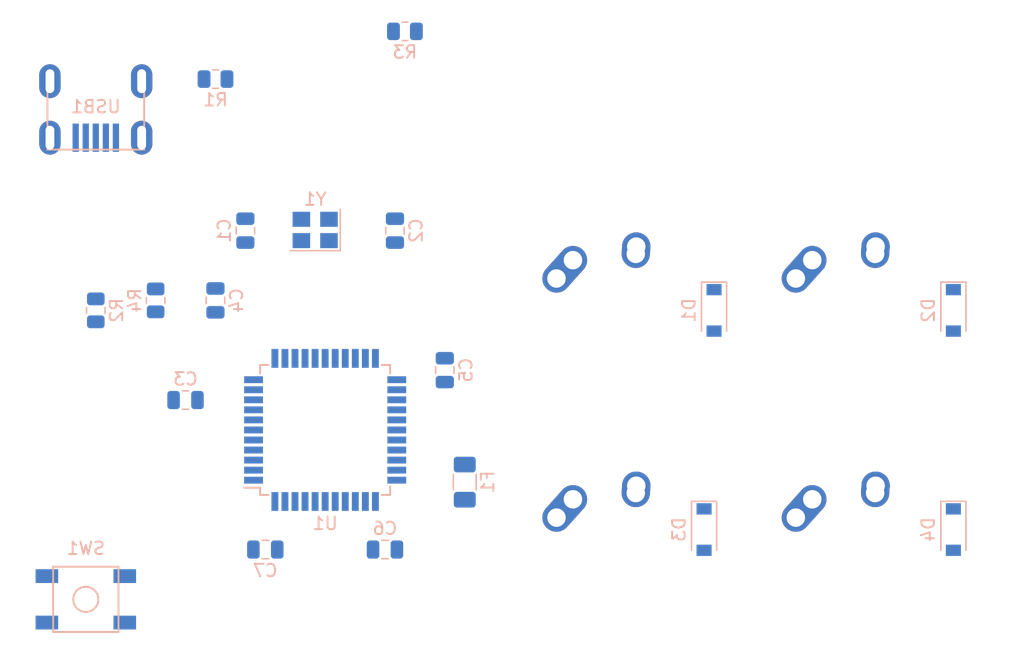
<source format=kicad_pcb>
(kicad_pcb (version 20171130) (host pcbnew "(5.1.9)-1")

  (general
    (thickness 1.6)
    (drawings 1)
    (tracks 0)
    (zones 0)
    (modules 24)
    (nets 50)
  )

  (page A4)
  (layers
    (0 F.Cu signal)
    (31 B.Cu signal)
    (32 B.Adhes user)
    (33 F.Adhes user)
    (34 B.Paste user)
    (35 F.Paste user)
    (36 B.SilkS user)
    (37 F.SilkS user)
    (38 B.Mask user)
    (39 F.Mask user)
    (40 Dwgs.User user)
    (41 Cmts.User user)
    (42 Eco1.User user)
    (43 Eco2.User user)
    (44 Edge.Cuts user)
    (45 Margin user)
    (46 B.CrtYd user)
    (47 F.CrtYd user)
    (48 B.Fab user)
    (49 F.Fab user)
  )

  (setup
    (last_trace_width 0.25)
    (trace_clearance 0.2)
    (zone_clearance 0.508)
    (zone_45_only no)
    (trace_min 0.2)
    (via_size 0.8)
    (via_drill 0.4)
    (via_min_size 0.4)
    (via_min_drill 0.3)
    (uvia_size 0.3)
    (uvia_drill 0.1)
    (uvias_allowed no)
    (uvia_min_size 0.2)
    (uvia_min_drill 0.1)
    (edge_width 0.05)
    (segment_width 0.2)
    (pcb_text_width 0.3)
    (pcb_text_size 1.5 1.5)
    (mod_edge_width 0.12)
    (mod_text_size 1 1)
    (mod_text_width 0.15)
    (pad_size 1.524 1.524)
    (pad_drill 0.762)
    (pad_to_mask_clearance 0)
    (aux_axis_origin 0 0)
    (visible_elements FFFFFF7F)
    (pcbplotparams
      (layerselection 0x010fc_ffffffff)
      (usegerberextensions false)
      (usegerberattributes true)
      (usegerberadvancedattributes true)
      (creategerberjobfile true)
      (excludeedgelayer true)
      (linewidth 0.100000)
      (plotframeref false)
      (viasonmask false)
      (mode 1)
      (useauxorigin false)
      (hpglpennumber 1)
      (hpglpenspeed 20)
      (hpglpendiameter 15.000000)
      (psnegative false)
      (psa4output false)
      (plotreference true)
      (plotvalue true)
      (plotinvisibletext false)
      (padsonsilk false)
      (subtractmaskfromsilk false)
      (outputformat 1)
      (mirror false)
      (drillshape 1)
      (scaleselection 1)
      (outputdirectory ""))
  )

  (net 0 "")
  (net 1 GND)
  (net 2 "Net-(C1-Pad1)")
  (net 3 "Net-(C2-Pad1)")
  (net 4 "Net-(C3-Pad1)")
  (net 5 "Net-(C4-Pad2)")
  (net 6 +5V)
  (net 7 "Net-(D1-Pad2)")
  (net 8 ROW0)
  (net 9 "Net-(D2-Pad2)")
  (net 10 "Net-(D3-Pad2)")
  (net 11 ROW1)
  (net 12 "Net-(D4-Pad2)")
  (net 13 VCC)
  (net 14 COL0)
  (net 15 COL1)
  (net 16 "Net-(R1-Pad2)")
  (net 17 D+)
  (net 18 "Net-(R2-Pad1)")
  (net 19 D-)
  (net 20 "Net-(R3-Pad1)")
  (net 21 "Net-(R4-Pad2)")
  (net 22 "Net-(U1-Pad42)")
  (net 23 "Net-(U1-Pad41)")
  (net 24 "Net-(U1-Pad40)")
  (net 25 "Net-(U1-Pad39)")
  (net 26 "Net-(U1-Pad38)")
  (net 27 "Net-(U1-Pad37)")
  (net 28 "Net-(U1-Pad36)")
  (net 29 "Net-(U1-Pad32)")
  (net 30 "Net-(U1-Pad31)")
  (net 31 "Net-(U1-Pad30)")
  (net 32 "Net-(U1-Pad29)")
  (net 33 "Net-(U1-Pad28)")
  (net 34 "Net-(U1-Pad27)")
  (net 35 "Net-(U1-Pad26)")
  (net 36 "Net-(U1-Pad25)")
  (net 37 "Net-(U1-Pad22)")
  (net 38 "Net-(U1-Pad21)")
  (net 39 "Net-(U1-Pad20)")
  (net 40 "Net-(U1-Pad19)")
  (net 41 "Net-(U1-Pad18)")
  (net 42 "Net-(U1-Pad12)")
  (net 43 "Net-(U1-Pad11)")
  (net 44 "Net-(U1-Pad10)")
  (net 45 "Net-(U1-Pad9)")
  (net 46 "Net-(U1-Pad8)")
  (net 47 "Net-(U1-Pad1)")
  (net 48 "Net-(USB1-Pad6)")
  (net 49 "Net-(USB1-Pad2)")

  (net_class Default "This is the default net class."
    (clearance 0.2)
    (trace_width 0.25)
    (via_dia 0.8)
    (via_drill 0.4)
    (uvia_dia 0.3)
    (uvia_drill 0.1)
    (add_net +5V)
    (add_net COL0)
    (add_net COL1)
    (add_net D+)
    (add_net D-)
    (add_net GND)
    (add_net "Net-(C1-Pad1)")
    (add_net "Net-(C2-Pad1)")
    (add_net "Net-(C3-Pad1)")
    (add_net "Net-(C4-Pad2)")
    (add_net "Net-(D1-Pad2)")
    (add_net "Net-(D2-Pad2)")
    (add_net "Net-(D3-Pad2)")
    (add_net "Net-(D4-Pad2)")
    (add_net "Net-(R1-Pad2)")
    (add_net "Net-(R2-Pad1)")
    (add_net "Net-(R3-Pad1)")
    (add_net "Net-(R4-Pad2)")
    (add_net "Net-(U1-Pad1)")
    (add_net "Net-(U1-Pad10)")
    (add_net "Net-(U1-Pad11)")
    (add_net "Net-(U1-Pad12)")
    (add_net "Net-(U1-Pad18)")
    (add_net "Net-(U1-Pad19)")
    (add_net "Net-(U1-Pad20)")
    (add_net "Net-(U1-Pad21)")
    (add_net "Net-(U1-Pad22)")
    (add_net "Net-(U1-Pad25)")
    (add_net "Net-(U1-Pad26)")
    (add_net "Net-(U1-Pad27)")
    (add_net "Net-(U1-Pad28)")
    (add_net "Net-(U1-Pad29)")
    (add_net "Net-(U1-Pad30)")
    (add_net "Net-(U1-Pad31)")
    (add_net "Net-(U1-Pad32)")
    (add_net "Net-(U1-Pad36)")
    (add_net "Net-(U1-Pad37)")
    (add_net "Net-(U1-Pad38)")
    (add_net "Net-(U1-Pad39)")
    (add_net "Net-(U1-Pad40)")
    (add_net "Net-(U1-Pad41)")
    (add_net "Net-(U1-Pad42)")
    (add_net "Net-(U1-Pad8)")
    (add_net "Net-(U1-Pad9)")
    (add_net "Net-(USB1-Pad2)")
    (add_net "Net-(USB1-Pad6)")
    (add_net ROW0)
    (add_net ROW1)
    (add_net VCC)
  )

  (module Crystal:Crystal_SMD_3225-4Pin_3.2x2.5mm (layer B.Cu) (tedit 5A0FD1B2) (tstamp 60155A5D)
    (at 105.56875 100.75 180)
    (descr "SMD Crystal SERIES SMD3225/4 http://www.txccrystal.com/images/pdf/7m-accuracy.pdf, 3.2x2.5mm^2 package")
    (tags "SMD SMT crystal")
    (path /601681ED)
    (attr smd)
    (fp_text reference Y1 (at 0 2.45) (layer B.SilkS)
      (effects (font (size 1 1) (thickness 0.15)) (justify mirror))
    )
    (fp_text value 16MHz (at 0 -2.45) (layer B.Fab)
      (effects (font (size 1 1) (thickness 0.15)) (justify mirror))
    )
    (fp_text user %R (at 0 0) (layer B.Fab)
      (effects (font (size 0.7 0.7) (thickness 0.105)) (justify mirror))
    )
    (fp_line (start -1.6 1.25) (end -1.6 -1.25) (layer B.Fab) (width 0.1))
    (fp_line (start -1.6 -1.25) (end 1.6 -1.25) (layer B.Fab) (width 0.1))
    (fp_line (start 1.6 -1.25) (end 1.6 1.25) (layer B.Fab) (width 0.1))
    (fp_line (start 1.6 1.25) (end -1.6 1.25) (layer B.Fab) (width 0.1))
    (fp_line (start -1.6 -0.25) (end -0.6 -1.25) (layer B.Fab) (width 0.1))
    (fp_line (start -2 1.65) (end -2 -1.65) (layer B.SilkS) (width 0.12))
    (fp_line (start -2 -1.65) (end 2 -1.65) (layer B.SilkS) (width 0.12))
    (fp_line (start -2.1 1.7) (end -2.1 -1.7) (layer B.CrtYd) (width 0.05))
    (fp_line (start -2.1 -1.7) (end 2.1 -1.7) (layer B.CrtYd) (width 0.05))
    (fp_line (start 2.1 -1.7) (end 2.1 1.7) (layer B.CrtYd) (width 0.05))
    (fp_line (start 2.1 1.7) (end -2.1 1.7) (layer B.CrtYd) (width 0.05))
    (pad 4 smd rect (at -1.1 0.85 180) (size 1.4 1.2) (layers B.Cu B.Paste B.Mask)
      (net 1 GND))
    (pad 3 smd rect (at 1.1 0.85 180) (size 1.4 1.2) (layers B.Cu B.Paste B.Mask)
      (net 3 "Net-(C2-Pad1)"))
    (pad 2 smd rect (at 1.1 -0.85 180) (size 1.4 1.2) (layers B.Cu B.Paste B.Mask)
      (net 1 GND))
    (pad 1 smd rect (at -1.1 -0.85 180) (size 1.4 1.2) (layers B.Cu B.Paste B.Mask)
      (net 2 "Net-(C1-Pad1)"))
    (model ${KISYS3DMOD}/Crystal.3dshapes/Crystal_SMD_3225-4Pin_3.2x2.5mm.wrl
      (at (xyz 0 0 0))
      (scale (xyz 1 1 1))
      (rotate (xyz 0 0 0))
    )
  )

  (module random-keyboard-parts:Molex-0548190589 (layer B.Cu) (tedit 5C494815) (tstamp 60154BC1)
    (at 88.10625 88.9 270)
    (path /60189396)
    (attr smd)
    (fp_text reference USB1 (at 2.032 0) (layer B.SilkS)
      (effects (font (size 1 1) (thickness 0.15)) (justify mirror))
    )
    (fp_text value Molex-0548190589 (at -5.08 0) (layer Dwgs.User)
      (effects (font (size 1 1) (thickness 0.15)))
    )
    (fp_text user %R (at 2 0) (layer B.CrtYd)
      (effects (font (size 1 1) (thickness 0.15)) (justify mirror))
    )
    (fp_line (start -3.75 3.85) (end -3.75 -3.85) (layer Dwgs.User) (width 0.15))
    (fp_line (start -1.75 4.572) (end -1.75 -4.572) (layer Dwgs.User) (width 0.15))
    (fp_line (start -3.75 -3.85) (end 0 -3.85) (layer Dwgs.User) (width 0.15))
    (fp_line (start -3.75 3.85) (end 0 3.85) (layer Dwgs.User) (width 0.15))
    (fp_line (start 5.45 3.85) (end 5.45 -3.85) (layer B.SilkS) (width 0.15))
    (fp_line (start 0 -3.85) (end 5.45 -3.85) (layer B.SilkS) (width 0.15))
    (fp_line (start 0 3.85) (end 5.45 3.85) (layer B.SilkS) (width 0.15))
    (fp_line (start -3.75 3.75) (end 5.5 3.75) (layer B.CrtYd) (width 0.15))
    (fp_line (start 5.5 3.75) (end 5.5 -3.75) (layer B.CrtYd) (width 0.15))
    (fp_line (start 5.5 -3.75) (end -3.75 -3.75) (layer B.CrtYd) (width 0.15))
    (fp_line (start -3.75 -3.75) (end -3.75 3.75) (layer B.CrtYd) (width 0.15))
    (fp_line (start 5.5 2) (end 3.25 2) (layer B.CrtYd) (width 0.15))
    (fp_line (start 3.25 2) (end 3.25 -2) (layer B.CrtYd) (width 0.15))
    (fp_line (start 3.25 -2) (end 5.5 -2) (layer B.CrtYd) (width 0.15))
    (fp_line (start 5.5 -1.25) (end 3.25 -1.25) (layer B.CrtYd) (width 0.15))
    (fp_line (start 3.25 -0.5) (end 5.5 -0.5) (layer B.CrtYd) (width 0.15))
    (fp_line (start 5.5 0.5) (end 3.25 0.5) (layer B.CrtYd) (width 0.15))
    (fp_line (start 3.25 1.25) (end 5.5 1.25) (layer B.CrtYd) (width 0.15))
    (pad 6 thru_hole oval (at 0 3.65 270) (size 2.7 1.7) (drill oval 1.9 0.7) (layers *.Cu *.Mask)
      (net 48 "Net-(USB1-Pad6)"))
    (pad 6 thru_hole oval (at 0 -3.65 270) (size 2.7 1.7) (drill oval 1.9 0.7) (layers *.Cu *.Mask)
      (net 48 "Net-(USB1-Pad6)"))
    (pad 6 thru_hole oval (at 4.5 -3.65 270) (size 2.7 1.7) (drill oval 1.9 0.7) (layers *.Cu *.Mask)
      (net 48 "Net-(USB1-Pad6)"))
    (pad 6 thru_hole oval (at 4.5 3.65 270) (size 2.7 1.7) (drill oval 1.9 0.7) (layers *.Cu *.Mask)
      (net 48 "Net-(USB1-Pad6)"))
    (pad 5 smd rect (at 4.5 1.6 270) (size 2.25 0.5) (layers B.Cu B.Paste B.Mask)
      (net 13 VCC))
    (pad 4 smd rect (at 4.5 0.8 270) (size 2.25 0.5) (layers B.Cu B.Paste B.Mask)
      (net 19 D-))
    (pad 3 smd rect (at 4.5 0 270) (size 2.25 0.5) (layers B.Cu B.Paste B.Mask)
      (net 17 D+))
    (pad 2 smd rect (at 4.5 -0.8 270) (size 2.25 0.5) (layers B.Cu B.Paste B.Mask)
      (net 49 "Net-(USB1-Pad2)"))
    (pad 1 smd rect (at 4.5 -1.6 270) (size 2.25 0.5) (layers B.Cu B.Paste B.Mask)
      (net 1 GND))
  )

  (module Package_QFP:TQFP-44_10x10mm_P0.8mm (layer B.Cu) (tedit 5A02F146) (tstamp 60155803)
    (at 106.3625 116.68125)
    (descr "44-Lead Plastic Thin Quad Flatpack (PT) - 10x10x1.0 mm Body [TQFP] (see Microchip Packaging Specification 00000049BS.pdf)")
    (tags "QFP 0.8")
    (path /6014C7C8)
    (attr smd)
    (fp_text reference U1 (at 0 7.45) (layer B.SilkS)
      (effects (font (size 1 1) (thickness 0.15)) (justify mirror))
    )
    (fp_text value ATmega32U4-AU (at 0 -7.45) (layer B.Fab)
      (effects (font (size 1 1) (thickness 0.15)) (justify mirror))
    )
    (fp_text user %R (at 0 0) (layer B.Fab)
      (effects (font (size 1 1) (thickness 0.15)) (justify mirror))
    )
    (fp_line (start -4 5) (end 5 5) (layer B.Fab) (width 0.15))
    (fp_line (start 5 5) (end 5 -5) (layer B.Fab) (width 0.15))
    (fp_line (start 5 -5) (end -5 -5) (layer B.Fab) (width 0.15))
    (fp_line (start -5 -5) (end -5 4) (layer B.Fab) (width 0.15))
    (fp_line (start -5 4) (end -4 5) (layer B.Fab) (width 0.15))
    (fp_line (start -6.7 6.7) (end -6.7 -6.7) (layer B.CrtYd) (width 0.05))
    (fp_line (start 6.7 6.7) (end 6.7 -6.7) (layer B.CrtYd) (width 0.05))
    (fp_line (start -6.7 6.7) (end 6.7 6.7) (layer B.CrtYd) (width 0.05))
    (fp_line (start -6.7 -6.7) (end 6.7 -6.7) (layer B.CrtYd) (width 0.05))
    (fp_line (start -5.175 5.175) (end -5.175 4.6) (layer B.SilkS) (width 0.15))
    (fp_line (start 5.175 5.175) (end 5.175 4.5) (layer B.SilkS) (width 0.15))
    (fp_line (start 5.175 -5.175) (end 5.175 -4.5) (layer B.SilkS) (width 0.15))
    (fp_line (start -5.175 -5.175) (end -5.175 -4.5) (layer B.SilkS) (width 0.15))
    (fp_line (start -5.175 5.175) (end -4.5 5.175) (layer B.SilkS) (width 0.15))
    (fp_line (start -5.175 -5.175) (end -4.5 -5.175) (layer B.SilkS) (width 0.15))
    (fp_line (start 5.175 -5.175) (end 4.5 -5.175) (layer B.SilkS) (width 0.15))
    (fp_line (start 5.175 5.175) (end 4.5 5.175) (layer B.SilkS) (width 0.15))
    (fp_line (start -5.175 4.6) (end -6.45 4.6) (layer B.SilkS) (width 0.15))
    (pad 44 smd rect (at -4 5.7 270) (size 1.5 0.55) (layers B.Cu B.Paste B.Mask)
      (net 6 +5V))
    (pad 43 smd rect (at -3.2 5.7 270) (size 1.5 0.55) (layers B.Cu B.Paste B.Mask)
      (net 1 GND))
    (pad 42 smd rect (at -2.4 5.7 270) (size 1.5 0.55) (layers B.Cu B.Paste B.Mask)
      (net 22 "Net-(U1-Pad42)"))
    (pad 41 smd rect (at -1.6 5.7 270) (size 1.5 0.55) (layers B.Cu B.Paste B.Mask)
      (net 23 "Net-(U1-Pad41)"))
    (pad 40 smd rect (at -0.8 5.7 270) (size 1.5 0.55) (layers B.Cu B.Paste B.Mask)
      (net 24 "Net-(U1-Pad40)"))
    (pad 39 smd rect (at 0 5.7 270) (size 1.5 0.55) (layers B.Cu B.Paste B.Mask)
      (net 25 "Net-(U1-Pad39)"))
    (pad 38 smd rect (at 0.8 5.7 270) (size 1.5 0.55) (layers B.Cu B.Paste B.Mask)
      (net 26 "Net-(U1-Pad38)"))
    (pad 37 smd rect (at 1.6 5.7 270) (size 1.5 0.55) (layers B.Cu B.Paste B.Mask)
      (net 27 "Net-(U1-Pad37)"))
    (pad 36 smd rect (at 2.4 5.7 270) (size 1.5 0.55) (layers B.Cu B.Paste B.Mask)
      (net 28 "Net-(U1-Pad36)"))
    (pad 35 smd rect (at 3.2 5.7 270) (size 1.5 0.55) (layers B.Cu B.Paste B.Mask)
      (net 1 GND))
    (pad 34 smd rect (at 4 5.7 270) (size 1.5 0.55) (layers B.Cu B.Paste B.Mask)
      (net 6 +5V))
    (pad 33 smd rect (at 5.7 4) (size 1.5 0.55) (layers B.Cu B.Paste B.Mask)
      (net 21 "Net-(R4-Pad2)"))
    (pad 32 smd rect (at 5.7 3.2) (size 1.5 0.55) (layers B.Cu B.Paste B.Mask)
      (net 29 "Net-(U1-Pad32)"))
    (pad 31 smd rect (at 5.7 2.4) (size 1.5 0.55) (layers B.Cu B.Paste B.Mask)
      (net 30 "Net-(U1-Pad31)"))
    (pad 30 smd rect (at 5.7 1.6) (size 1.5 0.55) (layers B.Cu B.Paste B.Mask)
      (net 31 "Net-(U1-Pad30)"))
    (pad 29 smd rect (at 5.7 0.8) (size 1.5 0.55) (layers B.Cu B.Paste B.Mask)
      (net 32 "Net-(U1-Pad29)"))
    (pad 28 smd rect (at 5.7 0) (size 1.5 0.55) (layers B.Cu B.Paste B.Mask)
      (net 33 "Net-(U1-Pad28)"))
    (pad 27 smd rect (at 5.7 -0.8) (size 1.5 0.55) (layers B.Cu B.Paste B.Mask)
      (net 34 "Net-(U1-Pad27)"))
    (pad 26 smd rect (at 5.7 -1.6) (size 1.5 0.55) (layers B.Cu B.Paste B.Mask)
      (net 35 "Net-(U1-Pad26)"))
    (pad 25 smd rect (at 5.7 -2.4) (size 1.5 0.55) (layers B.Cu B.Paste B.Mask)
      (net 36 "Net-(U1-Pad25)"))
    (pad 24 smd rect (at 5.7 -3.2) (size 1.5 0.55) (layers B.Cu B.Paste B.Mask)
      (net 6 +5V))
    (pad 23 smd rect (at 5.7 -4) (size 1.5 0.55) (layers B.Cu B.Paste B.Mask)
      (net 1 GND))
    (pad 22 smd rect (at 4 -5.7 270) (size 1.5 0.55) (layers B.Cu B.Paste B.Mask)
      (net 37 "Net-(U1-Pad22)"))
    (pad 21 smd rect (at 3.2 -5.7 270) (size 1.5 0.55) (layers B.Cu B.Paste B.Mask)
      (net 38 "Net-(U1-Pad21)"))
    (pad 20 smd rect (at 2.4 -5.7 270) (size 1.5 0.55) (layers B.Cu B.Paste B.Mask)
      (net 39 "Net-(U1-Pad20)"))
    (pad 19 smd rect (at 1.6 -5.7 270) (size 1.5 0.55) (layers B.Cu B.Paste B.Mask)
      (net 40 "Net-(U1-Pad19)"))
    (pad 18 smd rect (at 0.8 -5.7 270) (size 1.5 0.55) (layers B.Cu B.Paste B.Mask)
      (net 41 "Net-(U1-Pad18)"))
    (pad 17 smd rect (at 0 -5.7 270) (size 1.5 0.55) (layers B.Cu B.Paste B.Mask)
      (net 2 "Net-(C1-Pad1)"))
    (pad 16 smd rect (at -0.8 -5.7 270) (size 1.5 0.55) (layers B.Cu B.Paste B.Mask)
      (net 3 "Net-(C2-Pad1)"))
    (pad 15 smd rect (at -1.6 -5.7 270) (size 1.5 0.55) (layers B.Cu B.Paste B.Mask)
      (net 1 GND))
    (pad 14 smd rect (at -2.4 -5.7 270) (size 1.5 0.55) (layers B.Cu B.Paste B.Mask)
      (net 6 +5V))
    (pad 13 smd rect (at -3.2 -5.7 270) (size 1.5 0.55) (layers B.Cu B.Paste B.Mask)
      (net 16 "Net-(R1-Pad2)"))
    (pad 12 smd rect (at -4 -5.7 270) (size 1.5 0.55) (layers B.Cu B.Paste B.Mask)
      (net 42 "Net-(U1-Pad12)"))
    (pad 11 smd rect (at -5.7 -4) (size 1.5 0.55) (layers B.Cu B.Paste B.Mask)
      (net 43 "Net-(U1-Pad11)"))
    (pad 10 smd rect (at -5.7 -3.2) (size 1.5 0.55) (layers B.Cu B.Paste B.Mask)
      (net 44 "Net-(U1-Pad10)"))
    (pad 9 smd rect (at -5.7 -2.4) (size 1.5 0.55) (layers B.Cu B.Paste B.Mask)
      (net 45 "Net-(U1-Pad9)"))
    (pad 8 smd rect (at -5.7 -1.6) (size 1.5 0.55) (layers B.Cu B.Paste B.Mask)
      (net 46 "Net-(U1-Pad8)"))
    (pad 7 smd rect (at -5.7 -0.8) (size 1.5 0.55) (layers B.Cu B.Paste B.Mask)
      (net 6 +5V))
    (pad 6 smd rect (at -5.7 0) (size 1.5 0.55) (layers B.Cu B.Paste B.Mask)
      (net 4 "Net-(C3-Pad1)"))
    (pad 5 smd rect (at -5.7 0.8) (size 1.5 0.55) (layers B.Cu B.Paste B.Mask)
      (net 1 GND))
    (pad 4 smd rect (at -5.7 1.6) (size 1.5 0.55) (layers B.Cu B.Paste B.Mask)
      (net 18 "Net-(R2-Pad1)"))
    (pad 3 smd rect (at -5.7 2.4) (size 1.5 0.55) (layers B.Cu B.Paste B.Mask)
      (net 20 "Net-(R3-Pad1)"))
    (pad 2 smd rect (at -5.7 3.2) (size 1.5 0.55) (layers B.Cu B.Paste B.Mask)
      (net 6 +5V))
    (pad 1 smd rect (at -5.7 4) (size 1.5 0.55) (layers B.Cu B.Paste B.Mask)
      (net 47 "Net-(U1-Pad1)"))
    (model ${KISYS3DMOD}/Package_QFP.3dshapes/TQFP-44_10x10mm_P0.8mm.wrl
      (at (xyz 0 0 0))
      (scale (xyz 1 1 1))
      (rotate (xyz 0 0 0))
    )
  )

  (module random-keyboard-parts:SKQG-1155865 (layer B.Cu) (tedit 5E62B398) (tstamp 60154B5E)
    (at 87.3125 130.175)
    (path /60172B01)
    (attr smd)
    (fp_text reference SW1 (at 0 -4.064) (layer B.SilkS)
      (effects (font (size 1 1) (thickness 0.15)) (justify mirror))
    )
    (fp_text value SW_Push (at 0 4.064) (layer B.Fab)
      (effects (font (size 1 1) (thickness 0.15)) (justify mirror))
    )
    (fp_line (start -2.6 -1.1) (end -1.1 -2.6) (layer B.Fab) (width 0.15))
    (fp_line (start 2.6 -1.1) (end 1.1 -2.6) (layer B.Fab) (width 0.15))
    (fp_line (start 2.6 1.1) (end 1.1 2.6) (layer B.Fab) (width 0.15))
    (fp_line (start -2.6 1.1) (end -1.1 2.6) (layer B.Fab) (width 0.15))
    (fp_circle (center 0 0) (end 1 0) (layer B.Fab) (width 0.15))
    (fp_line (start -4.2 1.1) (end -4.2 2.6) (layer B.Fab) (width 0.15))
    (fp_line (start -2.6 1.1) (end -4.2 1.1) (layer B.Fab) (width 0.15))
    (fp_line (start -2.6 -1.1) (end -2.6 1.1) (layer B.Fab) (width 0.15))
    (fp_line (start -4.2 -1.1) (end -2.6 -1.1) (layer B.Fab) (width 0.15))
    (fp_line (start -4.2 -2.6) (end -4.2 -1.1) (layer B.Fab) (width 0.15))
    (fp_line (start 4.2 -2.6) (end -4.2 -2.6) (layer B.Fab) (width 0.15))
    (fp_line (start 4.2 -1.1) (end 4.2 -2.6) (layer B.Fab) (width 0.15))
    (fp_line (start 2.6 -1.1) (end 4.2 -1.1) (layer B.Fab) (width 0.15))
    (fp_line (start 2.6 1.1) (end 2.6 -1.1) (layer B.Fab) (width 0.15))
    (fp_line (start 4.2 1.1) (end 2.6 1.1) (layer B.Fab) (width 0.15))
    (fp_line (start 4.2 2.6) (end 4.2 1.2) (layer B.Fab) (width 0.15))
    (fp_line (start -4.2 2.6) (end 4.2 2.6) (layer B.Fab) (width 0.15))
    (fp_circle (center 0 0) (end 1 0) (layer B.SilkS) (width 0.15))
    (fp_line (start -2.6 -2.6) (end -2.6 2.6) (layer B.SilkS) (width 0.15))
    (fp_line (start 2.6 -2.6) (end -2.6 -2.6) (layer B.SilkS) (width 0.15))
    (fp_line (start 2.6 2.6) (end 2.6 -2.6) (layer B.SilkS) (width 0.15))
    (fp_line (start -2.6 2.6) (end 2.6 2.6) (layer B.SilkS) (width 0.15))
    (pad 4 smd rect (at -3.1 -1.85) (size 1.8 1.1) (layers B.Cu B.Paste B.Mask))
    (pad 3 smd rect (at 3.1 1.85) (size 1.8 1.1) (layers B.Cu B.Paste B.Mask))
    (pad 2 smd rect (at -3.1 1.85) (size 1.8 1.1) (layers B.Cu B.Paste B.Mask)
      (net 16 "Net-(R1-Pad2)"))
    (pad 1 smd rect (at 3.1 -1.85) (size 1.8 1.1) (layers B.Cu B.Paste B.Mask)
      (net 1 GND))
    (model ${KISYS3DMOD}/Button_Switch_SMD.3dshapes/SW_SPST_TL3342.step
      (at (xyz 0 0 0))
      (scale (xyz 1 1 1))
      (rotate (xyz 0 0 0))
    )
  )

  (module Resistor_SMD:R_0805_2012Metric (layer B.Cu) (tedit 5F68FEEE) (tstamp 60154B40)
    (at 92.86875 106.3625 270)
    (descr "Resistor SMD 0805 (2012 Metric), square (rectangular) end terminal, IPC_7351 nominal, (Body size source: IPC-SM-782 page 72, https://www.pcb-3d.com/wordpress/wp-content/uploads/ipc-sm-782a_amendment_1_and_2.pdf), generated with kicad-footprint-generator")
    (tags resistor)
    (path /6014D537)
    (attr smd)
    (fp_text reference R4 (at 0 1.65 270) (layer B.SilkS)
      (effects (font (size 1 1) (thickness 0.15)) (justify mirror))
    )
    (fp_text value 10k (at 0 -1.65 270) (layer B.Fab)
      (effects (font (size 1 1) (thickness 0.15)) (justify mirror))
    )
    (fp_text user %R (at 0 0 270) (layer B.Fab)
      (effects (font (size 0.5 0.5) (thickness 0.08)) (justify mirror))
    )
    (fp_line (start -1 -0.625) (end -1 0.625) (layer B.Fab) (width 0.1))
    (fp_line (start -1 0.625) (end 1 0.625) (layer B.Fab) (width 0.1))
    (fp_line (start 1 0.625) (end 1 -0.625) (layer B.Fab) (width 0.1))
    (fp_line (start 1 -0.625) (end -1 -0.625) (layer B.Fab) (width 0.1))
    (fp_line (start -0.227064 0.735) (end 0.227064 0.735) (layer B.SilkS) (width 0.12))
    (fp_line (start -0.227064 -0.735) (end 0.227064 -0.735) (layer B.SilkS) (width 0.12))
    (fp_line (start -1.68 -0.95) (end -1.68 0.95) (layer B.CrtYd) (width 0.05))
    (fp_line (start -1.68 0.95) (end 1.68 0.95) (layer B.CrtYd) (width 0.05))
    (fp_line (start 1.68 0.95) (end 1.68 -0.95) (layer B.CrtYd) (width 0.05))
    (fp_line (start 1.68 -0.95) (end -1.68 -0.95) (layer B.CrtYd) (width 0.05))
    (pad 2 smd roundrect (at 0.9125 0 270) (size 1.025 1.4) (layers B.Cu B.Paste B.Mask) (roundrect_rratio 0.243902)
      (net 21 "Net-(R4-Pad2)"))
    (pad 1 smd roundrect (at -0.9125 0 270) (size 1.025 1.4) (layers B.Cu B.Paste B.Mask) (roundrect_rratio 0.243902)
      (net 1 GND))
    (model ${KISYS3DMOD}/Resistor_SMD.3dshapes/R_0805_2012Metric.wrl
      (at (xyz 0 0 0))
      (scale (xyz 1 1 1))
      (rotate (xyz 0 0 0))
    )
  )

  (module Resistor_SMD:R_0805_2012Metric (layer B.Cu) (tedit 5F68FEEE) (tstamp 60154B2F)
    (at 112.7125 84.93125)
    (descr "Resistor SMD 0805 (2012 Metric), square (rectangular) end terminal, IPC_7351 nominal, (Body size source: IPC-SM-782 page 72, https://www.pcb-3d.com/wordpress/wp-content/uploads/ipc-sm-782a_amendment_1_and_2.pdf), generated with kicad-footprint-generator")
    (tags resistor)
    (path /60153282)
    (attr smd)
    (fp_text reference R3 (at 0 1.65) (layer B.SilkS)
      (effects (font (size 1 1) (thickness 0.15)) (justify mirror))
    )
    (fp_text value 22 (at 0 -1.65) (layer B.Fab)
      (effects (font (size 1 1) (thickness 0.15)) (justify mirror))
    )
    (fp_text user %R (at 0 0) (layer B.Fab)
      (effects (font (size 0.5 0.5) (thickness 0.08)) (justify mirror))
    )
    (fp_line (start -1 -0.625) (end -1 0.625) (layer B.Fab) (width 0.1))
    (fp_line (start -1 0.625) (end 1 0.625) (layer B.Fab) (width 0.1))
    (fp_line (start 1 0.625) (end 1 -0.625) (layer B.Fab) (width 0.1))
    (fp_line (start 1 -0.625) (end -1 -0.625) (layer B.Fab) (width 0.1))
    (fp_line (start -0.227064 0.735) (end 0.227064 0.735) (layer B.SilkS) (width 0.12))
    (fp_line (start -0.227064 -0.735) (end 0.227064 -0.735) (layer B.SilkS) (width 0.12))
    (fp_line (start -1.68 -0.95) (end -1.68 0.95) (layer B.CrtYd) (width 0.05))
    (fp_line (start -1.68 0.95) (end 1.68 0.95) (layer B.CrtYd) (width 0.05))
    (fp_line (start 1.68 0.95) (end 1.68 -0.95) (layer B.CrtYd) (width 0.05))
    (fp_line (start 1.68 -0.95) (end -1.68 -0.95) (layer B.CrtYd) (width 0.05))
    (pad 2 smd roundrect (at 0.9125 0) (size 1.025 1.4) (layers B.Cu B.Paste B.Mask) (roundrect_rratio 0.243902)
      (net 19 D-))
    (pad 1 smd roundrect (at -0.9125 0) (size 1.025 1.4) (layers B.Cu B.Paste B.Mask) (roundrect_rratio 0.243902)
      (net 20 "Net-(R3-Pad1)"))
    (model ${KISYS3DMOD}/Resistor_SMD.3dshapes/R_0805_2012Metric.wrl
      (at (xyz 0 0 0))
      (scale (xyz 1 1 1))
      (rotate (xyz 0 0 0))
    )
  )

  (module Resistor_SMD:R_0805_2012Metric (layer B.Cu) (tedit 5F68FEEE) (tstamp 60154B1E)
    (at 88.10625 107.15625 90)
    (descr "Resistor SMD 0805 (2012 Metric), square (rectangular) end terminal, IPC_7351 nominal, (Body size source: IPC-SM-782 page 72, https://www.pcb-3d.com/wordpress/wp-content/uploads/ipc-sm-782a_amendment_1_and_2.pdf), generated with kicad-footprint-generator")
    (tags resistor)
    (path /601523A5)
    (attr smd)
    (fp_text reference R2 (at 0 1.65 90) (layer B.SilkS)
      (effects (font (size 1 1) (thickness 0.15)) (justify mirror))
    )
    (fp_text value 22 (at 0 -1.65 90) (layer B.Fab)
      (effects (font (size 1 1) (thickness 0.15)) (justify mirror))
    )
    (fp_text user %R (at 0 0 90) (layer B.Fab)
      (effects (font (size 0.5 0.5) (thickness 0.08)) (justify mirror))
    )
    (fp_line (start -1 -0.625) (end -1 0.625) (layer B.Fab) (width 0.1))
    (fp_line (start -1 0.625) (end 1 0.625) (layer B.Fab) (width 0.1))
    (fp_line (start 1 0.625) (end 1 -0.625) (layer B.Fab) (width 0.1))
    (fp_line (start 1 -0.625) (end -1 -0.625) (layer B.Fab) (width 0.1))
    (fp_line (start -0.227064 0.735) (end 0.227064 0.735) (layer B.SilkS) (width 0.12))
    (fp_line (start -0.227064 -0.735) (end 0.227064 -0.735) (layer B.SilkS) (width 0.12))
    (fp_line (start -1.68 -0.95) (end -1.68 0.95) (layer B.CrtYd) (width 0.05))
    (fp_line (start -1.68 0.95) (end 1.68 0.95) (layer B.CrtYd) (width 0.05))
    (fp_line (start 1.68 0.95) (end 1.68 -0.95) (layer B.CrtYd) (width 0.05))
    (fp_line (start 1.68 -0.95) (end -1.68 -0.95) (layer B.CrtYd) (width 0.05))
    (pad 2 smd roundrect (at 0.9125 0 90) (size 1.025 1.4) (layers B.Cu B.Paste B.Mask) (roundrect_rratio 0.243902)
      (net 17 D+))
    (pad 1 smd roundrect (at -0.9125 0 90) (size 1.025 1.4) (layers B.Cu B.Paste B.Mask) (roundrect_rratio 0.243902)
      (net 18 "Net-(R2-Pad1)"))
    (model ${KISYS3DMOD}/Resistor_SMD.3dshapes/R_0805_2012Metric.wrl
      (at (xyz 0 0 0))
      (scale (xyz 1 1 1))
      (rotate (xyz 0 0 0))
    )
  )

  (module Resistor_SMD:R_0805_2012Metric (layer B.Cu) (tedit 5F68FEEE) (tstamp 60154B0D)
    (at 97.63625 88.7325)
    (descr "Resistor SMD 0805 (2012 Metric), square (rectangular) end terminal, IPC_7351 nominal, (Body size source: IPC-SM-782 page 72, https://www.pcb-3d.com/wordpress/wp-content/uploads/ipc-sm-782a_amendment_1_and_2.pdf), generated with kicad-footprint-generator")
    (tags resistor)
    (path /60177433)
    (attr smd)
    (fp_text reference R1 (at 0 1.65) (layer B.SilkS)
      (effects (font (size 1 1) (thickness 0.15)) (justify mirror))
    )
    (fp_text value 10k (at 0 -1.65) (layer B.Fab)
      (effects (font (size 1 1) (thickness 0.15)) (justify mirror))
    )
    (fp_text user %R (at 0 0) (layer B.Fab)
      (effects (font (size 0.5 0.5) (thickness 0.08)) (justify mirror))
    )
    (fp_line (start -1 -0.625) (end -1 0.625) (layer B.Fab) (width 0.1))
    (fp_line (start -1 0.625) (end 1 0.625) (layer B.Fab) (width 0.1))
    (fp_line (start 1 0.625) (end 1 -0.625) (layer B.Fab) (width 0.1))
    (fp_line (start 1 -0.625) (end -1 -0.625) (layer B.Fab) (width 0.1))
    (fp_line (start -0.227064 0.735) (end 0.227064 0.735) (layer B.SilkS) (width 0.12))
    (fp_line (start -0.227064 -0.735) (end 0.227064 -0.735) (layer B.SilkS) (width 0.12))
    (fp_line (start -1.68 -0.95) (end -1.68 0.95) (layer B.CrtYd) (width 0.05))
    (fp_line (start -1.68 0.95) (end 1.68 0.95) (layer B.CrtYd) (width 0.05))
    (fp_line (start 1.68 0.95) (end 1.68 -0.95) (layer B.CrtYd) (width 0.05))
    (fp_line (start 1.68 -0.95) (end -1.68 -0.95) (layer B.CrtYd) (width 0.05))
    (pad 2 smd roundrect (at 0.9125 0) (size 1.025 1.4) (layers B.Cu B.Paste B.Mask) (roundrect_rratio 0.243902)
      (net 16 "Net-(R1-Pad2)"))
    (pad 1 smd roundrect (at -0.9125 0) (size 1.025 1.4) (layers B.Cu B.Paste B.Mask) (roundrect_rratio 0.243902)
      (net 6 +5V))
    (model ${KISYS3DMOD}/Resistor_SMD.3dshapes/R_0805_2012Metric.wrl
      (at (xyz 0 0 0))
      (scale (xyz 1 1 1))
      (rotate (xyz 0 0 0))
    )
  )

  (module MX_Alps_Hybrid:MX-1U-NoLED (layer F.Cu) (tedit 5A9F5203) (tstamp 60154AFC)
    (at 147.6375 126.20625)
    (path /601B94B2)
    (fp_text reference MX4 (at 0 3.175) (layer Dwgs.User)
      (effects (font (size 1 1) (thickness 0.15)))
    )
    (fp_text value MX-NoLED (at 0 -7.9375) (layer Dwgs.User)
      (effects (font (size 1 1) (thickness 0.15)))
    )
    (fp_line (start 5 -7) (end 7 -7) (layer Dwgs.User) (width 0.15))
    (fp_line (start 7 -7) (end 7 -5) (layer Dwgs.User) (width 0.15))
    (fp_line (start 5 7) (end 7 7) (layer Dwgs.User) (width 0.15))
    (fp_line (start 7 7) (end 7 5) (layer Dwgs.User) (width 0.15))
    (fp_line (start -7 5) (end -7 7) (layer Dwgs.User) (width 0.15))
    (fp_line (start -7 7) (end -5 7) (layer Dwgs.User) (width 0.15))
    (fp_line (start -5 -7) (end -7 -7) (layer Dwgs.User) (width 0.15))
    (fp_line (start -7 -7) (end -7 -5) (layer Dwgs.User) (width 0.15))
    (fp_line (start -9.525 -9.525) (end 9.525 -9.525) (layer Dwgs.User) (width 0.15))
    (fp_line (start 9.525 -9.525) (end 9.525 9.525) (layer Dwgs.User) (width 0.15))
    (fp_line (start 9.525 9.525) (end -9.525 9.525) (layer Dwgs.User) (width 0.15))
    (fp_line (start -9.525 9.525) (end -9.525 -9.525) (layer Dwgs.User) (width 0.15))
    (pad "" np_thru_hole circle (at 5.08 0 48.0996) (size 1.75 1.75) (drill 1.75) (layers *.Cu *.Mask))
    (pad "" np_thru_hole circle (at -5.08 0 48.0996) (size 1.75 1.75) (drill 1.75) (layers *.Cu *.Mask))
    (pad 1 thru_hole circle (at -2.5 -4) (size 2.25 2.25) (drill 1.47) (layers *.Cu B.Mask)
      (net 15 COL1))
    (pad "" np_thru_hole circle (at 0 0) (size 3.9878 3.9878) (drill 3.9878) (layers *.Cu *.Mask))
    (pad 1 thru_hole oval (at -3.81 -2.54 48.0996) (size 4.211556 2.25) (drill 1.47 (offset 0.980778 0)) (layers *.Cu B.Mask)
      (net 15 COL1))
    (pad 2 thru_hole circle (at 2.54 -5.08) (size 2.25 2.25) (drill 1.47) (layers *.Cu B.Mask)
      (net 12 "Net-(D4-Pad2)"))
    (pad 2 thru_hole oval (at 2.5 -4.5 86.0548) (size 2.831378 2.25) (drill 1.47 (offset 0.290689 0)) (layers *.Cu B.Mask)
      (net 12 "Net-(D4-Pad2)"))
  )

  (module MX_Alps_Hybrid:MX-1U-NoLED (layer F.Cu) (tedit 5A9F5203) (tstamp 60154AE5)
    (at 128.5875 126.20625)
    (path /601B278B)
    (fp_text reference MX3 (at 0 3.175) (layer Dwgs.User)
      (effects (font (size 1 1) (thickness 0.15)))
    )
    (fp_text value MX-NoLED (at 0 -7.9375) (layer Dwgs.User)
      (effects (font (size 1 1) (thickness 0.15)))
    )
    (fp_line (start 5 -7) (end 7 -7) (layer Dwgs.User) (width 0.15))
    (fp_line (start 7 -7) (end 7 -5) (layer Dwgs.User) (width 0.15))
    (fp_line (start 5 7) (end 7 7) (layer Dwgs.User) (width 0.15))
    (fp_line (start 7 7) (end 7 5) (layer Dwgs.User) (width 0.15))
    (fp_line (start -7 5) (end -7 7) (layer Dwgs.User) (width 0.15))
    (fp_line (start -7 7) (end -5 7) (layer Dwgs.User) (width 0.15))
    (fp_line (start -5 -7) (end -7 -7) (layer Dwgs.User) (width 0.15))
    (fp_line (start -7 -7) (end -7 -5) (layer Dwgs.User) (width 0.15))
    (fp_line (start -9.525 -9.525) (end 9.525 -9.525) (layer Dwgs.User) (width 0.15))
    (fp_line (start 9.525 -9.525) (end 9.525 9.525) (layer Dwgs.User) (width 0.15))
    (fp_line (start 9.525 9.525) (end -9.525 9.525) (layer Dwgs.User) (width 0.15))
    (fp_line (start -9.525 9.525) (end -9.525 -9.525) (layer Dwgs.User) (width 0.15))
    (pad "" np_thru_hole circle (at 5.08 0 48.0996) (size 1.75 1.75) (drill 1.75) (layers *.Cu *.Mask))
    (pad "" np_thru_hole circle (at -5.08 0 48.0996) (size 1.75 1.75) (drill 1.75) (layers *.Cu *.Mask))
    (pad 1 thru_hole circle (at -2.5 -4) (size 2.25 2.25) (drill 1.47) (layers *.Cu B.Mask)
      (net 14 COL0))
    (pad "" np_thru_hole circle (at 0 0) (size 3.9878 3.9878) (drill 3.9878) (layers *.Cu *.Mask))
    (pad 1 thru_hole oval (at -3.81 -2.54 48.0996) (size 4.211556 2.25) (drill 1.47 (offset 0.980778 0)) (layers *.Cu B.Mask)
      (net 14 COL0))
    (pad 2 thru_hole circle (at 2.54 -5.08) (size 2.25 2.25) (drill 1.47) (layers *.Cu B.Mask)
      (net 10 "Net-(D3-Pad2)"))
    (pad 2 thru_hole oval (at 2.5 -4.5 86.0548) (size 2.831378 2.25) (drill 1.47 (offset 0.290689 0)) (layers *.Cu B.Mask)
      (net 10 "Net-(D3-Pad2)"))
  )

  (module MX_Alps_Hybrid:MX-1U-NoLED (layer F.Cu) (tedit 5A9F5203) (tstamp 60154ACE)
    (at 147.6375 107.15625)
    (path /601AF197)
    (fp_text reference MX2 (at 0 3.175) (layer Dwgs.User)
      (effects (font (size 1 1) (thickness 0.15)))
    )
    (fp_text value MX-NoLED (at 0 -7.9375) (layer Dwgs.User)
      (effects (font (size 1 1) (thickness 0.15)))
    )
    (fp_line (start 5 -7) (end 7 -7) (layer Dwgs.User) (width 0.15))
    (fp_line (start 7 -7) (end 7 -5) (layer Dwgs.User) (width 0.15))
    (fp_line (start 5 7) (end 7 7) (layer Dwgs.User) (width 0.15))
    (fp_line (start 7 7) (end 7 5) (layer Dwgs.User) (width 0.15))
    (fp_line (start -7 5) (end -7 7) (layer Dwgs.User) (width 0.15))
    (fp_line (start -7 7) (end -5 7) (layer Dwgs.User) (width 0.15))
    (fp_line (start -5 -7) (end -7 -7) (layer Dwgs.User) (width 0.15))
    (fp_line (start -7 -7) (end -7 -5) (layer Dwgs.User) (width 0.15))
    (fp_line (start -9.525 -9.525) (end 9.525 -9.525) (layer Dwgs.User) (width 0.15))
    (fp_line (start 9.525 -9.525) (end 9.525 9.525) (layer Dwgs.User) (width 0.15))
    (fp_line (start 9.525 9.525) (end -9.525 9.525) (layer Dwgs.User) (width 0.15))
    (fp_line (start -9.525 9.525) (end -9.525 -9.525) (layer Dwgs.User) (width 0.15))
    (pad "" np_thru_hole circle (at 5.08 0 48.0996) (size 1.75 1.75) (drill 1.75) (layers *.Cu *.Mask))
    (pad "" np_thru_hole circle (at -5.08 0 48.0996) (size 1.75 1.75) (drill 1.75) (layers *.Cu *.Mask))
    (pad 1 thru_hole circle (at -2.5 -4) (size 2.25 2.25) (drill 1.47) (layers *.Cu B.Mask)
      (net 15 COL1))
    (pad "" np_thru_hole circle (at 0 0) (size 3.9878 3.9878) (drill 3.9878) (layers *.Cu *.Mask))
    (pad 1 thru_hole oval (at -3.81 -2.54 48.0996) (size 4.211556 2.25) (drill 1.47 (offset 0.980778 0)) (layers *.Cu B.Mask)
      (net 15 COL1))
    (pad 2 thru_hole circle (at 2.54 -5.08) (size 2.25 2.25) (drill 1.47) (layers *.Cu B.Mask)
      (net 9 "Net-(D2-Pad2)"))
    (pad 2 thru_hole oval (at 2.5 -4.5 86.0548) (size 2.831378 2.25) (drill 1.47 (offset 0.290689 0)) (layers *.Cu B.Mask)
      (net 9 "Net-(D2-Pad2)"))
  )

  (module MX_Alps_Hybrid:MX-1U-NoLED (layer F.Cu) (tedit 5A9F5203) (tstamp 60154AB7)
    (at 128.5875 107.15625)
    (path /601A4EB8)
    (fp_text reference MX1 (at 0 3.175) (layer Dwgs.User)
      (effects (font (size 1 1) (thickness 0.15)))
    )
    (fp_text value MX-NoLED (at 0 -7.9375) (layer Dwgs.User)
      (effects (font (size 1 1) (thickness 0.15)))
    )
    (fp_line (start 5 -7) (end 7 -7) (layer Dwgs.User) (width 0.15))
    (fp_line (start 7 -7) (end 7 -5) (layer Dwgs.User) (width 0.15))
    (fp_line (start 5 7) (end 7 7) (layer Dwgs.User) (width 0.15))
    (fp_line (start 7 7) (end 7 5) (layer Dwgs.User) (width 0.15))
    (fp_line (start -7 5) (end -7 7) (layer Dwgs.User) (width 0.15))
    (fp_line (start -7 7) (end -5 7) (layer Dwgs.User) (width 0.15))
    (fp_line (start -5 -7) (end -7 -7) (layer Dwgs.User) (width 0.15))
    (fp_line (start -7 -7) (end -7 -5) (layer Dwgs.User) (width 0.15))
    (fp_line (start -9.525 -9.525) (end 9.525 -9.525) (layer Dwgs.User) (width 0.15))
    (fp_line (start 9.525 -9.525) (end 9.525 9.525) (layer Dwgs.User) (width 0.15))
    (fp_line (start 9.525 9.525) (end -9.525 9.525) (layer Dwgs.User) (width 0.15))
    (fp_line (start -9.525 9.525) (end -9.525 -9.525) (layer Dwgs.User) (width 0.15))
    (pad "" np_thru_hole circle (at 5.08 0 48.0996) (size 1.75 1.75) (drill 1.75) (layers *.Cu *.Mask))
    (pad "" np_thru_hole circle (at -5.08 0 48.0996) (size 1.75 1.75) (drill 1.75) (layers *.Cu *.Mask))
    (pad 1 thru_hole circle (at -2.5 -4) (size 2.25 2.25) (drill 1.47) (layers *.Cu B.Mask)
      (net 14 COL0))
    (pad "" np_thru_hole circle (at 0 0) (size 3.9878 3.9878) (drill 3.9878) (layers *.Cu *.Mask))
    (pad 1 thru_hole oval (at -3.81 -2.54 48.0996) (size 4.211556 2.25) (drill 1.47 (offset 0.980778 0)) (layers *.Cu B.Mask)
      (net 14 COL0))
    (pad 2 thru_hole circle (at 2.54 -5.08) (size 2.25 2.25) (drill 1.47) (layers *.Cu B.Mask)
      (net 7 "Net-(D1-Pad2)"))
    (pad 2 thru_hole oval (at 2.5 -4.5 86.0548) (size 2.831378 2.25) (drill 1.47 (offset 0.290689 0)) (layers *.Cu B.Mask)
      (net 7 "Net-(D1-Pad2)"))
  )

  (module Fuse:Fuse_1206_3216Metric (layer B.Cu) (tedit 5F68FEF1) (tstamp 60154AA0)
    (at 117.475 120.8375 90)
    (descr "Fuse SMD 1206 (3216 Metric), square (rectangular) end terminal, IPC_7351 nominal, (Body size source: http://www.tortai-tech.com/upload/download/2011102023233369053.pdf), generated with kicad-footprint-generator")
    (tags fuse)
    (path /60190145)
    (attr smd)
    (fp_text reference F1 (at 0 1.82 90) (layer B.SilkS)
      (effects (font (size 1 1) (thickness 0.15)) (justify mirror))
    )
    (fp_text value 500mA (at 0 -1.82 90) (layer B.Fab)
      (effects (font (size 1 1) (thickness 0.15)) (justify mirror))
    )
    (fp_text user %R (at 0 0 90) (layer B.Fab)
      (effects (font (size 0.8 0.8) (thickness 0.12)) (justify mirror))
    )
    (fp_line (start -1.6 -0.8) (end -1.6 0.8) (layer B.Fab) (width 0.1))
    (fp_line (start -1.6 0.8) (end 1.6 0.8) (layer B.Fab) (width 0.1))
    (fp_line (start 1.6 0.8) (end 1.6 -0.8) (layer B.Fab) (width 0.1))
    (fp_line (start 1.6 -0.8) (end -1.6 -0.8) (layer B.Fab) (width 0.1))
    (fp_line (start -0.602064 0.91) (end 0.602064 0.91) (layer B.SilkS) (width 0.12))
    (fp_line (start -0.602064 -0.91) (end 0.602064 -0.91) (layer B.SilkS) (width 0.12))
    (fp_line (start -2.28 -1.12) (end -2.28 1.12) (layer B.CrtYd) (width 0.05))
    (fp_line (start -2.28 1.12) (end 2.28 1.12) (layer B.CrtYd) (width 0.05))
    (fp_line (start 2.28 1.12) (end 2.28 -1.12) (layer B.CrtYd) (width 0.05))
    (fp_line (start 2.28 -1.12) (end -2.28 -1.12) (layer B.CrtYd) (width 0.05))
    (pad 2 smd roundrect (at 1.4 0 90) (size 1.25 1.75) (layers B.Cu B.Paste B.Mask) (roundrect_rratio 0.2)
      (net 13 VCC))
    (pad 1 smd roundrect (at -1.4 0 90) (size 1.25 1.75) (layers B.Cu B.Paste B.Mask) (roundrect_rratio 0.2)
      (net 6 +5V))
    (model ${KISYS3DMOD}/Fuse.3dshapes/Fuse_1206_3216Metric.wrl
      (at (xyz 0 0 0))
      (scale (xyz 1 1 1))
      (rotate (xyz 0 0 0))
    )
  )

  (module Diode_SMD:D_SOD-123 (layer B.Cu) (tedit 58645DC7) (tstamp 60154A8F)
    (at 156.36875 124.61875 270)
    (descr SOD-123)
    (tags SOD-123)
    (path /601B94BC)
    (attr smd)
    (fp_text reference D4 (at 0 2 270) (layer B.SilkS)
      (effects (font (size 1 1) (thickness 0.15)) (justify mirror))
    )
    (fp_text value SOD-123 (at 0 -2.1 270) (layer B.Fab)
      (effects (font (size 1 1) (thickness 0.15)) (justify mirror))
    )
    (fp_text user %R (at 0 2 270) (layer B.Fab)
      (effects (font (size 1 1) (thickness 0.15)) (justify mirror))
    )
    (fp_line (start -2.25 1) (end -2.25 -1) (layer B.SilkS) (width 0.12))
    (fp_line (start 0.25 0) (end 0.75 0) (layer B.Fab) (width 0.1))
    (fp_line (start 0.25 -0.4) (end -0.35 0) (layer B.Fab) (width 0.1))
    (fp_line (start 0.25 0.4) (end 0.25 -0.4) (layer B.Fab) (width 0.1))
    (fp_line (start -0.35 0) (end 0.25 0.4) (layer B.Fab) (width 0.1))
    (fp_line (start -0.35 0) (end -0.35 -0.55) (layer B.Fab) (width 0.1))
    (fp_line (start -0.35 0) (end -0.35 0.55) (layer B.Fab) (width 0.1))
    (fp_line (start -0.75 0) (end -0.35 0) (layer B.Fab) (width 0.1))
    (fp_line (start -1.4 -0.9) (end -1.4 0.9) (layer B.Fab) (width 0.1))
    (fp_line (start 1.4 -0.9) (end -1.4 -0.9) (layer B.Fab) (width 0.1))
    (fp_line (start 1.4 0.9) (end 1.4 -0.9) (layer B.Fab) (width 0.1))
    (fp_line (start -1.4 0.9) (end 1.4 0.9) (layer B.Fab) (width 0.1))
    (fp_line (start -2.35 1.15) (end 2.35 1.15) (layer B.CrtYd) (width 0.05))
    (fp_line (start 2.35 1.15) (end 2.35 -1.15) (layer B.CrtYd) (width 0.05))
    (fp_line (start 2.35 -1.15) (end -2.35 -1.15) (layer B.CrtYd) (width 0.05))
    (fp_line (start -2.35 1.15) (end -2.35 -1.15) (layer B.CrtYd) (width 0.05))
    (fp_line (start -2.25 -1) (end 1.65 -1) (layer B.SilkS) (width 0.12))
    (fp_line (start -2.25 1) (end 1.65 1) (layer B.SilkS) (width 0.12))
    (pad 2 smd rect (at 1.65 0 270) (size 0.9 1.2) (layers B.Cu B.Paste B.Mask)
      (net 12 "Net-(D4-Pad2)"))
    (pad 1 smd rect (at -1.65 0 270) (size 0.9 1.2) (layers B.Cu B.Paste B.Mask)
      (net 11 ROW1))
    (model ${KISYS3DMOD}/Diode_SMD.3dshapes/D_SOD-123.wrl
      (at (xyz 0 0 0))
      (scale (xyz 1 1 1))
      (rotate (xyz 0 0 0))
    )
  )

  (module Diode_SMD:D_SOD-123 (layer B.Cu) (tedit 58645DC7) (tstamp 60154A76)
    (at 136.525 124.61875 270)
    (descr SOD-123)
    (tags SOD-123)
    (path /601B2795)
    (attr smd)
    (fp_text reference D3 (at 0 2 270) (layer B.SilkS)
      (effects (font (size 1 1) (thickness 0.15)) (justify mirror))
    )
    (fp_text value SOD-123 (at 0 -2.1 270) (layer B.Fab)
      (effects (font (size 1 1) (thickness 0.15)) (justify mirror))
    )
    (fp_text user %R (at 0 2 270) (layer B.Fab)
      (effects (font (size 1 1) (thickness 0.15)) (justify mirror))
    )
    (fp_line (start -2.25 1) (end -2.25 -1) (layer B.SilkS) (width 0.12))
    (fp_line (start 0.25 0) (end 0.75 0) (layer B.Fab) (width 0.1))
    (fp_line (start 0.25 -0.4) (end -0.35 0) (layer B.Fab) (width 0.1))
    (fp_line (start 0.25 0.4) (end 0.25 -0.4) (layer B.Fab) (width 0.1))
    (fp_line (start -0.35 0) (end 0.25 0.4) (layer B.Fab) (width 0.1))
    (fp_line (start -0.35 0) (end -0.35 -0.55) (layer B.Fab) (width 0.1))
    (fp_line (start -0.35 0) (end -0.35 0.55) (layer B.Fab) (width 0.1))
    (fp_line (start -0.75 0) (end -0.35 0) (layer B.Fab) (width 0.1))
    (fp_line (start -1.4 -0.9) (end -1.4 0.9) (layer B.Fab) (width 0.1))
    (fp_line (start 1.4 -0.9) (end -1.4 -0.9) (layer B.Fab) (width 0.1))
    (fp_line (start 1.4 0.9) (end 1.4 -0.9) (layer B.Fab) (width 0.1))
    (fp_line (start -1.4 0.9) (end 1.4 0.9) (layer B.Fab) (width 0.1))
    (fp_line (start -2.35 1.15) (end 2.35 1.15) (layer B.CrtYd) (width 0.05))
    (fp_line (start 2.35 1.15) (end 2.35 -1.15) (layer B.CrtYd) (width 0.05))
    (fp_line (start 2.35 -1.15) (end -2.35 -1.15) (layer B.CrtYd) (width 0.05))
    (fp_line (start -2.35 1.15) (end -2.35 -1.15) (layer B.CrtYd) (width 0.05))
    (fp_line (start -2.25 -1) (end 1.65 -1) (layer B.SilkS) (width 0.12))
    (fp_line (start -2.25 1) (end 1.65 1) (layer B.SilkS) (width 0.12))
    (pad 2 smd rect (at 1.65 0 270) (size 0.9 1.2) (layers B.Cu B.Paste B.Mask)
      (net 10 "Net-(D3-Pad2)"))
    (pad 1 smd rect (at -1.65 0 270) (size 0.9 1.2) (layers B.Cu B.Paste B.Mask)
      (net 11 ROW1))
    (model ${KISYS3DMOD}/Diode_SMD.3dshapes/D_SOD-123.wrl
      (at (xyz 0 0 0))
      (scale (xyz 1 1 1))
      (rotate (xyz 0 0 0))
    )
  )

  (module Diode_SMD:D_SOD-123 (layer B.Cu) (tedit 58645DC7) (tstamp 60154A5D)
    (at 156.36875 107.15625 270)
    (descr SOD-123)
    (tags SOD-123)
    (path /601AF1A1)
    (attr smd)
    (fp_text reference D2 (at 0 2 270) (layer B.SilkS)
      (effects (font (size 1 1) (thickness 0.15)) (justify mirror))
    )
    (fp_text value SOD-123 (at 0 -2.1 270) (layer B.Fab)
      (effects (font (size 1 1) (thickness 0.15)) (justify mirror))
    )
    (fp_text user %R (at 0 2 270) (layer B.Fab)
      (effects (font (size 1 1) (thickness 0.15)) (justify mirror))
    )
    (fp_line (start -2.25 1) (end -2.25 -1) (layer B.SilkS) (width 0.12))
    (fp_line (start 0.25 0) (end 0.75 0) (layer B.Fab) (width 0.1))
    (fp_line (start 0.25 -0.4) (end -0.35 0) (layer B.Fab) (width 0.1))
    (fp_line (start 0.25 0.4) (end 0.25 -0.4) (layer B.Fab) (width 0.1))
    (fp_line (start -0.35 0) (end 0.25 0.4) (layer B.Fab) (width 0.1))
    (fp_line (start -0.35 0) (end -0.35 -0.55) (layer B.Fab) (width 0.1))
    (fp_line (start -0.35 0) (end -0.35 0.55) (layer B.Fab) (width 0.1))
    (fp_line (start -0.75 0) (end -0.35 0) (layer B.Fab) (width 0.1))
    (fp_line (start -1.4 -0.9) (end -1.4 0.9) (layer B.Fab) (width 0.1))
    (fp_line (start 1.4 -0.9) (end -1.4 -0.9) (layer B.Fab) (width 0.1))
    (fp_line (start 1.4 0.9) (end 1.4 -0.9) (layer B.Fab) (width 0.1))
    (fp_line (start -1.4 0.9) (end 1.4 0.9) (layer B.Fab) (width 0.1))
    (fp_line (start -2.35 1.15) (end 2.35 1.15) (layer B.CrtYd) (width 0.05))
    (fp_line (start 2.35 1.15) (end 2.35 -1.15) (layer B.CrtYd) (width 0.05))
    (fp_line (start 2.35 -1.15) (end -2.35 -1.15) (layer B.CrtYd) (width 0.05))
    (fp_line (start -2.35 1.15) (end -2.35 -1.15) (layer B.CrtYd) (width 0.05))
    (fp_line (start -2.25 -1) (end 1.65 -1) (layer B.SilkS) (width 0.12))
    (fp_line (start -2.25 1) (end 1.65 1) (layer B.SilkS) (width 0.12))
    (pad 2 smd rect (at 1.65 0 270) (size 0.9 1.2) (layers B.Cu B.Paste B.Mask)
      (net 9 "Net-(D2-Pad2)"))
    (pad 1 smd rect (at -1.65 0 270) (size 0.9 1.2) (layers B.Cu B.Paste B.Mask)
      (net 8 ROW0))
    (model ${KISYS3DMOD}/Diode_SMD.3dshapes/D_SOD-123.wrl
      (at (xyz 0 0 0))
      (scale (xyz 1 1 1))
      (rotate (xyz 0 0 0))
    )
  )

  (module Diode_SMD:D_SOD-123 (layer B.Cu) (tedit 58645DC7) (tstamp 60154A44)
    (at 137.31875 107.15625 270)
    (descr SOD-123)
    (tags SOD-123)
    (path /601A6613)
    (attr smd)
    (fp_text reference D1 (at 0 2 270) (layer B.SilkS)
      (effects (font (size 1 1) (thickness 0.15)) (justify mirror))
    )
    (fp_text value SOD-123 (at 0 -2.1 270) (layer B.Fab)
      (effects (font (size 1 1) (thickness 0.15)) (justify mirror))
    )
    (fp_text user %R (at 0 2 270) (layer B.Fab)
      (effects (font (size 1 1) (thickness 0.15)) (justify mirror))
    )
    (fp_line (start -2.25 1) (end -2.25 -1) (layer B.SilkS) (width 0.12))
    (fp_line (start 0.25 0) (end 0.75 0) (layer B.Fab) (width 0.1))
    (fp_line (start 0.25 -0.4) (end -0.35 0) (layer B.Fab) (width 0.1))
    (fp_line (start 0.25 0.4) (end 0.25 -0.4) (layer B.Fab) (width 0.1))
    (fp_line (start -0.35 0) (end 0.25 0.4) (layer B.Fab) (width 0.1))
    (fp_line (start -0.35 0) (end -0.35 -0.55) (layer B.Fab) (width 0.1))
    (fp_line (start -0.35 0) (end -0.35 0.55) (layer B.Fab) (width 0.1))
    (fp_line (start -0.75 0) (end -0.35 0) (layer B.Fab) (width 0.1))
    (fp_line (start -1.4 -0.9) (end -1.4 0.9) (layer B.Fab) (width 0.1))
    (fp_line (start 1.4 -0.9) (end -1.4 -0.9) (layer B.Fab) (width 0.1))
    (fp_line (start 1.4 0.9) (end 1.4 -0.9) (layer B.Fab) (width 0.1))
    (fp_line (start -1.4 0.9) (end 1.4 0.9) (layer B.Fab) (width 0.1))
    (fp_line (start -2.35 1.15) (end 2.35 1.15) (layer B.CrtYd) (width 0.05))
    (fp_line (start 2.35 1.15) (end 2.35 -1.15) (layer B.CrtYd) (width 0.05))
    (fp_line (start 2.35 -1.15) (end -2.35 -1.15) (layer B.CrtYd) (width 0.05))
    (fp_line (start -2.35 1.15) (end -2.35 -1.15) (layer B.CrtYd) (width 0.05))
    (fp_line (start -2.25 -1) (end 1.65 -1) (layer B.SilkS) (width 0.12))
    (fp_line (start -2.25 1) (end 1.65 1) (layer B.SilkS) (width 0.12))
    (pad 2 smd rect (at 1.65 0 270) (size 0.9 1.2) (layers B.Cu B.Paste B.Mask)
      (net 7 "Net-(D1-Pad2)"))
    (pad 1 smd rect (at -1.65 0 270) (size 0.9 1.2) (layers B.Cu B.Paste B.Mask)
      (net 8 ROW0))
    (model ${KISYS3DMOD}/Diode_SMD.3dshapes/D_SOD-123.wrl
      (at (xyz 0 0 0))
      (scale (xyz 1 1 1))
      (rotate (xyz 0 0 0))
    )
  )

  (module Capacitor_SMD:C_0805_2012Metric (layer B.Cu) (tedit 5F68FEEE) (tstamp 60154A2B)
    (at 101.6 126.20625)
    (descr "Capacitor SMD 0805 (2012 Metric), square (rectangular) end terminal, IPC_7351 nominal, (Body size source: IPC-SM-782 page 76, https://www.pcb-3d.com/wordpress/wp-content/uploads/ipc-sm-782a_amendment_1_and_2.pdf, https://docs.google.com/spreadsheets/d/1BsfQQcO9C6DZCsRaXUlFlo91Tg2WpOkGARC1WS5S8t0/edit?usp=sharing), generated with kicad-footprint-generator")
    (tags capacitor)
    (path /6015CE2E)
    (attr smd)
    (fp_text reference C7 (at 0 1.68) (layer B.SilkS)
      (effects (font (size 1 1) (thickness 0.15)) (justify mirror))
    )
    (fp_text value 0.1uF (at 0 -1.68) (layer B.Fab)
      (effects (font (size 1 1) (thickness 0.15)) (justify mirror))
    )
    (fp_text user %R (at 0 0) (layer B.Fab)
      (effects (font (size 0.5 0.5) (thickness 0.08)) (justify mirror))
    )
    (fp_line (start -1 -0.625) (end -1 0.625) (layer B.Fab) (width 0.1))
    (fp_line (start -1 0.625) (end 1 0.625) (layer B.Fab) (width 0.1))
    (fp_line (start 1 0.625) (end 1 -0.625) (layer B.Fab) (width 0.1))
    (fp_line (start 1 -0.625) (end -1 -0.625) (layer B.Fab) (width 0.1))
    (fp_line (start -0.261252 0.735) (end 0.261252 0.735) (layer B.SilkS) (width 0.12))
    (fp_line (start -0.261252 -0.735) (end 0.261252 -0.735) (layer B.SilkS) (width 0.12))
    (fp_line (start -1.7 -0.98) (end -1.7 0.98) (layer B.CrtYd) (width 0.05))
    (fp_line (start -1.7 0.98) (end 1.7 0.98) (layer B.CrtYd) (width 0.05))
    (fp_line (start 1.7 0.98) (end 1.7 -0.98) (layer B.CrtYd) (width 0.05))
    (fp_line (start 1.7 -0.98) (end -1.7 -0.98) (layer B.CrtYd) (width 0.05))
    (pad 2 smd roundrect (at 0.95 0) (size 1 1.45) (layers B.Cu B.Paste B.Mask) (roundrect_rratio 0.25)
      (net 5 "Net-(C4-Pad2)"))
    (pad 1 smd roundrect (at -0.95 0) (size 1 1.45) (layers B.Cu B.Paste B.Mask) (roundrect_rratio 0.25)
      (net 6 +5V))
    (model ${KISYS3DMOD}/Capacitor_SMD.3dshapes/C_0805_2012Metric.wrl
      (at (xyz 0 0 0))
      (scale (xyz 1 1 1))
      (rotate (xyz 0 0 0))
    )
  )

  (module Capacitor_SMD:C_0805_2012Metric (layer B.Cu) (tedit 5F68FEEE) (tstamp 60154A1A)
    (at 111.125 126.20625 180)
    (descr "Capacitor SMD 0805 (2012 Metric), square (rectangular) end terminal, IPC_7351 nominal, (Body size source: IPC-SM-782 page 76, https://www.pcb-3d.com/wordpress/wp-content/uploads/ipc-sm-782a_amendment_1_and_2.pdf, https://docs.google.com/spreadsheets/d/1BsfQQcO9C6DZCsRaXUlFlo91Tg2WpOkGARC1WS5S8t0/edit?usp=sharing), generated with kicad-footprint-generator")
    (tags capacitor)
    (path /6015C31D)
    (attr smd)
    (fp_text reference C6 (at 0 1.68) (layer B.SilkS)
      (effects (font (size 1 1) (thickness 0.15)) (justify mirror))
    )
    (fp_text value 0.1uF (at 0 -1.68) (layer B.Fab)
      (effects (font (size 1 1) (thickness 0.15)) (justify mirror))
    )
    (fp_text user %R (at 0 0) (layer B.Fab)
      (effects (font (size 0.5 0.5) (thickness 0.08)) (justify mirror))
    )
    (fp_line (start -1 -0.625) (end -1 0.625) (layer B.Fab) (width 0.1))
    (fp_line (start -1 0.625) (end 1 0.625) (layer B.Fab) (width 0.1))
    (fp_line (start 1 0.625) (end 1 -0.625) (layer B.Fab) (width 0.1))
    (fp_line (start 1 -0.625) (end -1 -0.625) (layer B.Fab) (width 0.1))
    (fp_line (start -0.261252 0.735) (end 0.261252 0.735) (layer B.SilkS) (width 0.12))
    (fp_line (start -0.261252 -0.735) (end 0.261252 -0.735) (layer B.SilkS) (width 0.12))
    (fp_line (start -1.7 -0.98) (end -1.7 0.98) (layer B.CrtYd) (width 0.05))
    (fp_line (start -1.7 0.98) (end 1.7 0.98) (layer B.CrtYd) (width 0.05))
    (fp_line (start 1.7 0.98) (end 1.7 -0.98) (layer B.CrtYd) (width 0.05))
    (fp_line (start 1.7 -0.98) (end -1.7 -0.98) (layer B.CrtYd) (width 0.05))
    (pad 2 smd roundrect (at 0.95 0 180) (size 1 1.45) (layers B.Cu B.Paste B.Mask) (roundrect_rratio 0.25)
      (net 5 "Net-(C4-Pad2)"))
    (pad 1 smd roundrect (at -0.95 0 180) (size 1 1.45) (layers B.Cu B.Paste B.Mask) (roundrect_rratio 0.25)
      (net 6 +5V))
    (model ${KISYS3DMOD}/Capacitor_SMD.3dshapes/C_0805_2012Metric.wrl
      (at (xyz 0 0 0))
      (scale (xyz 1 1 1))
      (rotate (xyz 0 0 0))
    )
  )

  (module Capacitor_SMD:C_0805_2012Metric (layer B.Cu) (tedit 5F68FEEE) (tstamp 60154A09)
    (at 115.8875 111.91875 90)
    (descr "Capacitor SMD 0805 (2012 Metric), square (rectangular) end terminal, IPC_7351 nominal, (Body size source: IPC-SM-782 page 76, https://www.pcb-3d.com/wordpress/wp-content/uploads/ipc-sm-782a_amendment_1_and_2.pdf, https://docs.google.com/spreadsheets/d/1BsfQQcO9C6DZCsRaXUlFlo91Tg2WpOkGARC1WS5S8t0/edit?usp=sharing), generated with kicad-footprint-generator")
    (tags capacitor)
    (path /6015B23B)
    (attr smd)
    (fp_text reference C5 (at 0 1.68 270) (layer B.SilkS)
      (effects (font (size 1 1) (thickness 0.15)) (justify mirror))
    )
    (fp_text value 0.1uF (at 0 -1.68 270) (layer B.Fab)
      (effects (font (size 1 1) (thickness 0.15)) (justify mirror))
    )
    (fp_text user %R (at 0 0 270) (layer B.Fab)
      (effects (font (size 0.5 0.5) (thickness 0.08)) (justify mirror))
    )
    (fp_line (start -1 -0.625) (end -1 0.625) (layer B.Fab) (width 0.1))
    (fp_line (start -1 0.625) (end 1 0.625) (layer B.Fab) (width 0.1))
    (fp_line (start 1 0.625) (end 1 -0.625) (layer B.Fab) (width 0.1))
    (fp_line (start 1 -0.625) (end -1 -0.625) (layer B.Fab) (width 0.1))
    (fp_line (start -0.261252 0.735) (end 0.261252 0.735) (layer B.SilkS) (width 0.12))
    (fp_line (start -0.261252 -0.735) (end 0.261252 -0.735) (layer B.SilkS) (width 0.12))
    (fp_line (start -1.7 -0.98) (end -1.7 0.98) (layer B.CrtYd) (width 0.05))
    (fp_line (start -1.7 0.98) (end 1.7 0.98) (layer B.CrtYd) (width 0.05))
    (fp_line (start 1.7 0.98) (end 1.7 -0.98) (layer B.CrtYd) (width 0.05))
    (fp_line (start 1.7 -0.98) (end -1.7 -0.98) (layer B.CrtYd) (width 0.05))
    (pad 2 smd roundrect (at 0.95 0 90) (size 1 1.45) (layers B.Cu B.Paste B.Mask) (roundrect_rratio 0.25)
      (net 5 "Net-(C4-Pad2)"))
    (pad 1 smd roundrect (at -0.95 0 90) (size 1 1.45) (layers B.Cu B.Paste B.Mask) (roundrect_rratio 0.25)
      (net 6 +5V))
    (model ${KISYS3DMOD}/Capacitor_SMD.3dshapes/C_0805_2012Metric.wrl
      (at (xyz 0 0 0))
      (scale (xyz 1 1 1))
      (rotate (xyz 0 0 0))
    )
  )

  (module Capacitor_SMD:C_0805_2012Metric (layer B.Cu) (tedit 5F68FEEE) (tstamp 601549F8)
    (at 97.63125 106.3625 90)
    (descr "Capacitor SMD 0805 (2012 Metric), square (rectangular) end terminal, IPC_7351 nominal, (Body size source: IPC-SM-782 page 76, https://www.pcb-3d.com/wordpress/wp-content/uploads/ipc-sm-782a_amendment_1_and_2.pdf, https://docs.google.com/spreadsheets/d/1BsfQQcO9C6DZCsRaXUlFlo91Tg2WpOkGARC1WS5S8t0/edit?usp=sharing), generated with kicad-footprint-generator")
    (tags capacitor)
    (path /6015A261)
    (attr smd)
    (fp_text reference C4 (at 0 1.68 90) (layer B.SilkS)
      (effects (font (size 1 1) (thickness 0.15)) (justify mirror))
    )
    (fp_text value 0.1uF (at 0 -1.68 90) (layer B.Fab)
      (effects (font (size 1 1) (thickness 0.15)) (justify mirror))
    )
    (fp_text user %R (at 0 0 90) (layer B.Fab)
      (effects (font (size 0.5 0.5) (thickness 0.08)) (justify mirror))
    )
    (fp_line (start -1 -0.625) (end -1 0.625) (layer B.Fab) (width 0.1))
    (fp_line (start -1 0.625) (end 1 0.625) (layer B.Fab) (width 0.1))
    (fp_line (start 1 0.625) (end 1 -0.625) (layer B.Fab) (width 0.1))
    (fp_line (start 1 -0.625) (end -1 -0.625) (layer B.Fab) (width 0.1))
    (fp_line (start -0.261252 0.735) (end 0.261252 0.735) (layer B.SilkS) (width 0.12))
    (fp_line (start -0.261252 -0.735) (end 0.261252 -0.735) (layer B.SilkS) (width 0.12))
    (fp_line (start -1.7 -0.98) (end -1.7 0.98) (layer B.CrtYd) (width 0.05))
    (fp_line (start -1.7 0.98) (end 1.7 0.98) (layer B.CrtYd) (width 0.05))
    (fp_line (start 1.7 0.98) (end 1.7 -0.98) (layer B.CrtYd) (width 0.05))
    (fp_line (start 1.7 -0.98) (end -1.7 -0.98) (layer B.CrtYd) (width 0.05))
    (pad 2 smd roundrect (at 0.95 0 90) (size 1 1.45) (layers B.Cu B.Paste B.Mask) (roundrect_rratio 0.25)
      (net 5 "Net-(C4-Pad2)"))
    (pad 1 smd roundrect (at -0.95 0 90) (size 1 1.45) (layers B.Cu B.Paste B.Mask) (roundrect_rratio 0.25)
      (net 6 +5V))
    (model ${KISYS3DMOD}/Capacitor_SMD.3dshapes/C_0805_2012Metric.wrl
      (at (xyz 0 0 0))
      (scale (xyz 1 1 1))
      (rotate (xyz 0 0 0))
    )
  )

  (module Capacitor_SMD:C_0805_2012Metric (layer B.Cu) (tedit 5F68FEEE) (tstamp 601549E7)
    (at 95.25 114.3 180)
    (descr "Capacitor SMD 0805 (2012 Metric), square (rectangular) end terminal, IPC_7351 nominal, (Body size source: IPC-SM-782 page 76, https://www.pcb-3d.com/wordpress/wp-content/uploads/ipc-sm-782a_amendment_1_and_2.pdf, https://docs.google.com/spreadsheets/d/1BsfQQcO9C6DZCsRaXUlFlo91Tg2WpOkGARC1WS5S8t0/edit?usp=sharing), generated with kicad-footprint-generator")
    (tags capacitor)
    (path /601562B9)
    (attr smd)
    (fp_text reference C3 (at 0 1.68) (layer B.SilkS)
      (effects (font (size 1 1) (thickness 0.15)) (justify mirror))
    )
    (fp_text value 1uF (at 0 -1.68) (layer B.Fab)
      (effects (font (size 1 1) (thickness 0.15)) (justify mirror))
    )
    (fp_text user %R (at 0 0) (layer B.Fab)
      (effects (font (size 0.5 0.5) (thickness 0.08)) (justify mirror))
    )
    (fp_line (start -1 -0.625) (end -1 0.625) (layer B.Fab) (width 0.1))
    (fp_line (start -1 0.625) (end 1 0.625) (layer B.Fab) (width 0.1))
    (fp_line (start 1 0.625) (end 1 -0.625) (layer B.Fab) (width 0.1))
    (fp_line (start 1 -0.625) (end -1 -0.625) (layer B.Fab) (width 0.1))
    (fp_line (start -0.261252 0.735) (end 0.261252 0.735) (layer B.SilkS) (width 0.12))
    (fp_line (start -0.261252 -0.735) (end 0.261252 -0.735) (layer B.SilkS) (width 0.12))
    (fp_line (start -1.7 -0.98) (end -1.7 0.98) (layer B.CrtYd) (width 0.05))
    (fp_line (start -1.7 0.98) (end 1.7 0.98) (layer B.CrtYd) (width 0.05))
    (fp_line (start 1.7 0.98) (end 1.7 -0.98) (layer B.CrtYd) (width 0.05))
    (fp_line (start 1.7 -0.98) (end -1.7 -0.98) (layer B.CrtYd) (width 0.05))
    (pad 2 smd roundrect (at 0.95 0 180) (size 1 1.45) (layers B.Cu B.Paste B.Mask) (roundrect_rratio 0.25)
      (net 1 GND))
    (pad 1 smd roundrect (at -0.95 0 180) (size 1 1.45) (layers B.Cu B.Paste B.Mask) (roundrect_rratio 0.25)
      (net 4 "Net-(C3-Pad1)"))
    (model ${KISYS3DMOD}/Capacitor_SMD.3dshapes/C_0805_2012Metric.wrl
      (at (xyz 0 0 0))
      (scale (xyz 1 1 1))
      (rotate (xyz 0 0 0))
    )
  )

  (module Capacitor_SMD:C_0805_2012Metric (layer B.Cu) (tedit 5F68FEEE) (tstamp 60155EC6)
    (at 111.91875 100.80625 90)
    (descr "Capacitor SMD 0805 (2012 Metric), square (rectangular) end terminal, IPC_7351 nominal, (Body size source: IPC-SM-782 page 76, https://www.pcb-3d.com/wordpress/wp-content/uploads/ipc-sm-782a_amendment_1_and_2.pdf, https://docs.google.com/spreadsheets/d/1BsfQQcO9C6DZCsRaXUlFlo91Tg2WpOkGARC1WS5S8t0/edit?usp=sharing), generated with kicad-footprint-generator")
    (tags capacitor)
    (path /6016C0F5)
    (attr smd)
    (fp_text reference C2 (at 0 1.68 90) (layer B.SilkS)
      (effects (font (size 1 1) (thickness 0.15)) (justify mirror))
    )
    (fp_text value 22pF (at 0 -1.68 90) (layer B.Fab)
      (effects (font (size 1 1) (thickness 0.15)) (justify mirror))
    )
    (fp_text user %R (at 0 0 90) (layer B.Fab)
      (effects (font (size 0.5 0.5) (thickness 0.08)) (justify mirror))
    )
    (fp_line (start -1 -0.625) (end -1 0.625) (layer B.Fab) (width 0.1))
    (fp_line (start -1 0.625) (end 1 0.625) (layer B.Fab) (width 0.1))
    (fp_line (start 1 0.625) (end 1 -0.625) (layer B.Fab) (width 0.1))
    (fp_line (start 1 -0.625) (end -1 -0.625) (layer B.Fab) (width 0.1))
    (fp_line (start -0.261252 0.735) (end 0.261252 0.735) (layer B.SilkS) (width 0.12))
    (fp_line (start -0.261252 -0.735) (end 0.261252 -0.735) (layer B.SilkS) (width 0.12))
    (fp_line (start -1.7 -0.98) (end -1.7 0.98) (layer B.CrtYd) (width 0.05))
    (fp_line (start -1.7 0.98) (end 1.7 0.98) (layer B.CrtYd) (width 0.05))
    (fp_line (start 1.7 0.98) (end 1.7 -0.98) (layer B.CrtYd) (width 0.05))
    (fp_line (start 1.7 -0.98) (end -1.7 -0.98) (layer B.CrtYd) (width 0.05))
    (pad 2 smd roundrect (at 0.95 0 90) (size 1 1.45) (layers B.Cu B.Paste B.Mask) (roundrect_rratio 0.25)
      (net 1 GND))
    (pad 1 smd roundrect (at -0.95 0 90) (size 1 1.45) (layers B.Cu B.Paste B.Mask) (roundrect_rratio 0.25)
      (net 3 "Net-(C2-Pad1)"))
    (model ${KISYS3DMOD}/Capacitor_SMD.3dshapes/C_0805_2012Metric.wrl
      (at (xyz 0 0 0))
      (scale (xyz 1 1 1))
      (rotate (xyz 0 0 0))
    )
  )

  (module Capacitor_SMD:C_0805_2012Metric (layer B.Cu) (tedit 5F68FEEE) (tstamp 60155B6D)
    (at 100.0125 100.80625 270)
    (descr "Capacitor SMD 0805 (2012 Metric), square (rectangular) end terminal, IPC_7351 nominal, (Body size source: IPC-SM-782 page 76, https://www.pcb-3d.com/wordpress/wp-content/uploads/ipc-sm-782a_amendment_1_and_2.pdf, https://docs.google.com/spreadsheets/d/1BsfQQcO9C6DZCsRaXUlFlo91Tg2WpOkGARC1WS5S8t0/edit?usp=sharing), generated with kicad-footprint-generator")
    (tags capacitor)
    (path /6016AB8F)
    (attr smd)
    (fp_text reference C1 (at 0 1.68 90) (layer B.SilkS)
      (effects (font (size 1 1) (thickness 0.15)) (justify mirror))
    )
    (fp_text value 22pF (at 0 -1.68 90) (layer B.Fab)
      (effects (font (size 1 1) (thickness 0.15)) (justify mirror))
    )
    (fp_text user %R (at 0 0 90) (layer B.Fab)
      (effects (font (size 0.5 0.5) (thickness 0.08)) (justify mirror))
    )
    (fp_line (start -1 -0.625) (end -1 0.625) (layer B.Fab) (width 0.1))
    (fp_line (start -1 0.625) (end 1 0.625) (layer B.Fab) (width 0.1))
    (fp_line (start 1 0.625) (end 1 -0.625) (layer B.Fab) (width 0.1))
    (fp_line (start 1 -0.625) (end -1 -0.625) (layer B.Fab) (width 0.1))
    (fp_line (start -0.261252 0.735) (end 0.261252 0.735) (layer B.SilkS) (width 0.12))
    (fp_line (start -0.261252 -0.735) (end 0.261252 -0.735) (layer B.SilkS) (width 0.12))
    (fp_line (start -1.7 -0.98) (end -1.7 0.98) (layer B.CrtYd) (width 0.05))
    (fp_line (start -1.7 0.98) (end 1.7 0.98) (layer B.CrtYd) (width 0.05))
    (fp_line (start 1.7 0.98) (end 1.7 -0.98) (layer B.CrtYd) (width 0.05))
    (fp_line (start 1.7 -0.98) (end -1.7 -0.98) (layer B.CrtYd) (width 0.05))
    (pad 2 smd roundrect (at 0.95 0 270) (size 1 1.45) (layers B.Cu B.Paste B.Mask) (roundrect_rratio 0.25)
      (net 1 GND))
    (pad 1 smd roundrect (at -0.95 0 270) (size 1 1.45) (layers B.Cu B.Paste B.Mask) (roundrect_rratio 0.25)
      (net 2 "Net-(C1-Pad1)"))
    (model ${KISYS3DMOD}/Capacitor_SMD.3dshapes/C_0805_2012Metric.wrl
      (at (xyz 0 0 0))
      (scale (xyz 1 1 1))
      (rotate (xyz 0 0 0))
    )
  )

  (gr_arc (start 157.1625 97.63125) (end 161.925 97.63125) (angle -90) (layer Dwgs.User) (width 0.15))

)

</source>
